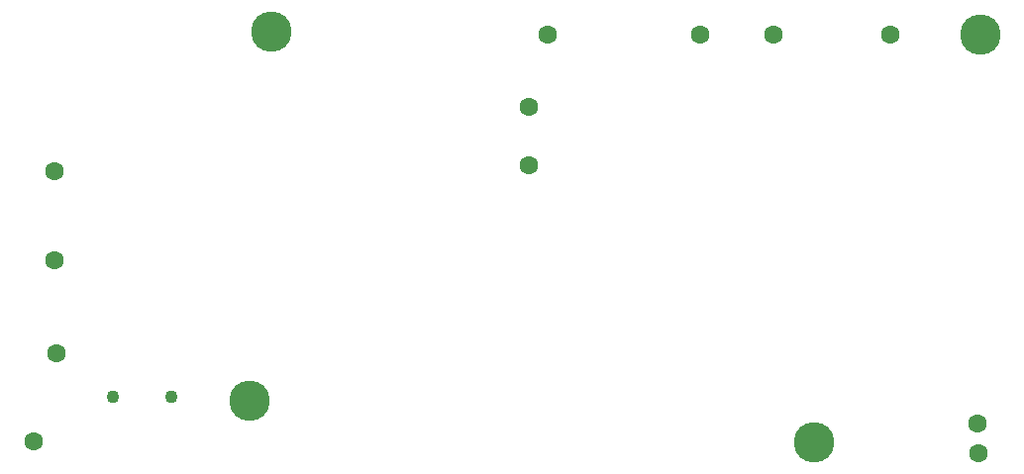
<source format=gbs>
G04*
G04 #@! TF.GenerationSoftware,Altium Limited,Altium Designer,23.4.1 (23)*
G04*
G04 Layer_Color=16711935*
%FSLAX44Y44*%
%MOMM*%
G71*
G04*
G04 #@! TF.SameCoordinates,A62261B1-4730-41BB-8F10-B985FF82E821*
G04*
G04*
G04 #@! TF.FilePolarity,Negative*
G04*
G01*
G75*
%ADD46C,1.6000*%
%ADD47C,1.1000*%
%ADD48C,3.4600*%
D46*
X39370Y195580D02*
D03*
Y271780D02*
D03*
X461010Y388620D02*
D03*
X591010D02*
D03*
X444500Y326390D02*
D03*
Y276390D02*
D03*
X829040Y30480D02*
D03*
X828040Y55880D02*
D03*
X754050Y388620D02*
D03*
X654050D02*
D03*
X21590Y40640D02*
D03*
X40590Y115640D02*
D03*
D47*
X89300Y78740D02*
D03*
X139300D02*
D03*
D48*
X688340Y39370D02*
D03*
X830580Y388620D02*
D03*
X224790Y391160D02*
D03*
X205740Y74930D02*
D03*
M02*

</source>
